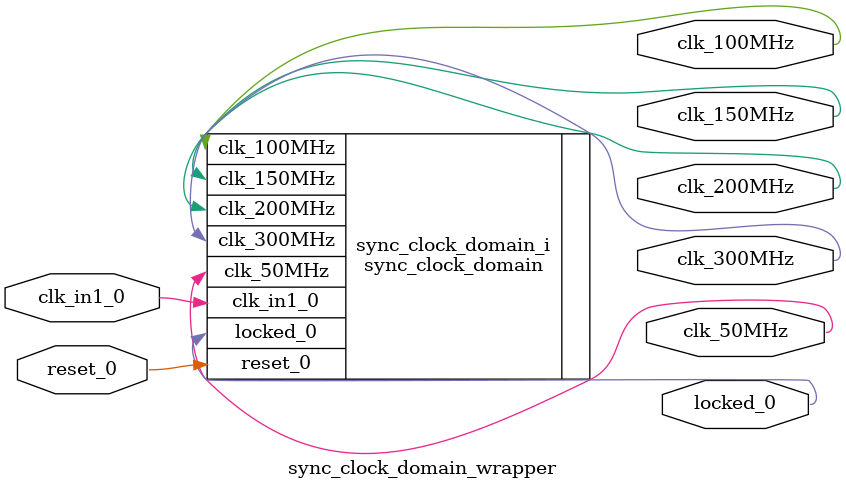
<source format=v>
`timescale 1 ps / 1 ps

module sync_clock_domain_wrapper
   (clk_100MHz,
    clk_150MHz,
    clk_200MHz,
    clk_300MHz,
    clk_50MHz,
    clk_in1_0,
    locked_0,
    reset_0);
  output clk_100MHz;
  output clk_150MHz;
  output clk_200MHz;
  output clk_300MHz;
  output clk_50MHz;
  input clk_in1_0;
  output locked_0;
  input reset_0;

  wire clk_100MHz;
  wire clk_150MHz;
  wire clk_200MHz;
  wire clk_300MHz;
  wire clk_50MHz;
  wire clk_in1_0;
  wire locked_0;
  wire reset_0;

  sync_clock_domain sync_clock_domain_i
       (.clk_100MHz(clk_100MHz),
        .clk_150MHz(clk_150MHz),
        .clk_200MHz(clk_200MHz),
        .clk_300MHz(clk_300MHz),
        .clk_50MHz(clk_50MHz),
        .clk_in1_0(clk_in1_0),
        .locked_0(locked_0),
        .reset_0(reset_0));
endmodule

</source>
